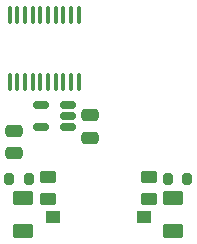
<source format=gtp>
G04 #@! TF.GenerationSoftware,KiCad,Pcbnew,8.0.2*
G04 #@! TF.CreationDate,2024-05-04T17:25:46+02:00*
G04 #@! TF.ProjectId,AVRinator,41565269-6e61-4746-9f72-2e6b69636164,1.0*
G04 #@! TF.SameCoordinates,Original*
G04 #@! TF.FileFunction,Paste,Top*
G04 #@! TF.FilePolarity,Positive*
%FSLAX46Y46*%
G04 Gerber Fmt 4.6, Leading zero omitted, Abs format (unit mm)*
G04 Created by KiCad (PCBNEW 8.0.2) date 2024-05-04 17:25:46*
%MOMM*%
%LPD*%
G01*
G04 APERTURE LIST*
G04 Aperture macros list*
%AMRoundRect*
0 Rectangle with rounded corners*
0 $1 Rounding radius*
0 $2 $3 $4 $5 $6 $7 $8 $9 X,Y pos of 4 corners*
0 Add a 4 corners polygon primitive as box body*
4,1,4,$2,$3,$4,$5,$6,$7,$8,$9,$2,$3,0*
0 Add four circle primitives for the rounded corners*
1,1,$1+$1,$2,$3*
1,1,$1+$1,$4,$5*
1,1,$1+$1,$6,$7*
1,1,$1+$1,$8,$9*
0 Add four rect primitives between the rounded corners*
20,1,$1+$1,$2,$3,$4,$5,0*
20,1,$1+$1,$4,$5,$6,$7,0*
20,1,$1+$1,$6,$7,$8,$9,0*
20,1,$1+$1,$8,$9,$2,$3,0*%
G04 Aperture macros list end*
%ADD10RoundRect,0.250000X-0.450000X0.262500X-0.450000X-0.262500X0.450000X-0.262500X0.450000X0.262500X0*%
%ADD11RoundRect,0.250000X0.625000X-0.375000X0.625000X0.375000X-0.625000X0.375000X-0.625000X-0.375000X0*%
%ADD12RoundRect,0.150000X0.512500X0.150000X-0.512500X0.150000X-0.512500X-0.150000X0.512500X-0.150000X0*%
%ADD13RoundRect,0.100000X0.100000X-0.637500X0.100000X0.637500X-0.100000X0.637500X-0.100000X-0.637500X0*%
%ADD14RoundRect,0.250000X-0.475000X0.250000X-0.475000X-0.250000X0.475000X-0.250000X0.475000X0.250000X0*%
%ADD15R,1.250000X1.000000*%
%ADD16RoundRect,0.200000X-0.200000X-0.275000X0.200000X-0.275000X0.200000X0.275000X-0.200000X0.275000X0*%
%ADD17RoundRect,0.200000X0.200000X0.275000X-0.200000X0.275000X-0.200000X-0.275000X0.200000X-0.275000X0*%
G04 APERTURE END LIST*
D10*
X57962800Y-77014700D03*
X57962800Y-78839700D03*
D11*
X55880000Y-81537000D03*
X55880000Y-78737000D03*
D12*
X59633700Y-72769900D03*
X59633700Y-71819900D03*
X59633700Y-70869900D03*
X57358700Y-70869900D03*
X57358700Y-72769900D03*
D10*
X66497200Y-77014700D03*
X66497200Y-78839700D03*
D13*
X54707600Y-68953300D03*
X55357600Y-68953300D03*
X56007600Y-68953300D03*
X56657600Y-68953300D03*
X57307600Y-68953300D03*
X57957600Y-68953300D03*
X58607600Y-68953300D03*
X59257600Y-68953300D03*
X59907600Y-68953300D03*
X60557600Y-68953300D03*
X60557600Y-63228300D03*
X59907600Y-63228300D03*
X59257600Y-63228300D03*
X58607600Y-63228300D03*
X57957600Y-63228300D03*
X57307600Y-63228300D03*
X56657600Y-63228300D03*
X56007600Y-63228300D03*
X55357600Y-63228300D03*
X54707600Y-63228300D03*
D14*
X61544200Y-71770200D03*
X61544200Y-73670200D03*
D15*
X66105000Y-80391000D03*
X58355000Y-80391000D03*
D16*
X54699400Y-77114400D03*
X56349400Y-77114400D03*
D11*
X68580000Y-81537000D03*
X68580000Y-78737000D03*
D14*
X55092600Y-73091000D03*
X55092600Y-74991000D03*
D17*
X69760600Y-77114400D03*
X68110600Y-77114400D03*
M02*

</source>
